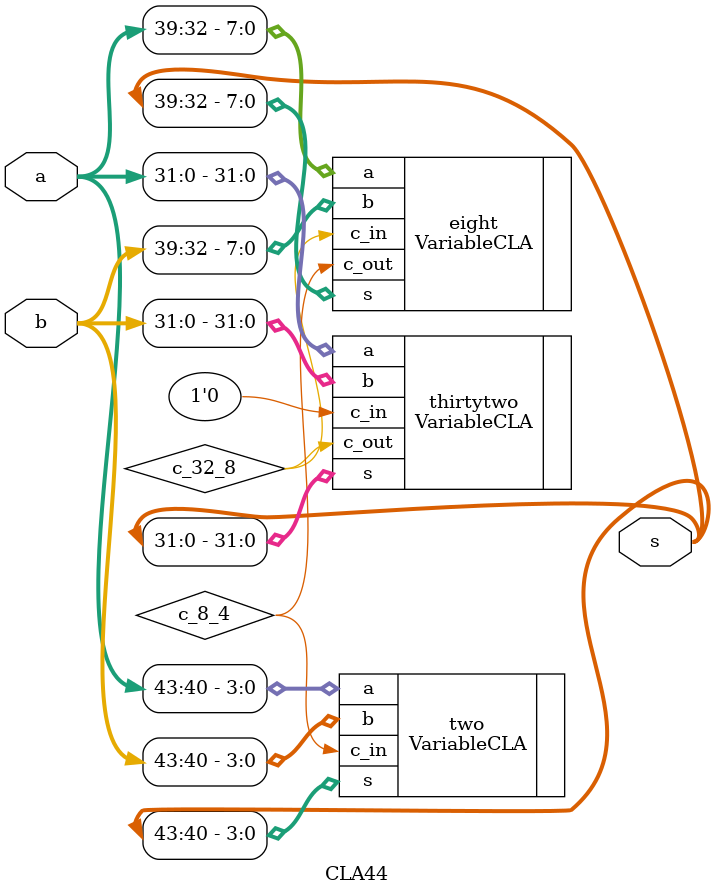
<source format=v>
`timescale 1ns / 1ps

module CLA44(
    input [43:0] a,
    input [43:0] b,
    output [43:0] s
    );
    
    wire c_32_8, c_8_4;
    
    VariableCLA #(.SIZE(5)) thirtytwo(.a(a[31:0]), .b(b[31:0]), .c_in(1'b0), .s(s[31:0]), .c_out(c_32_8));
    
    VariableCLA #(.SIZE(3)) eight(.a(a[32 +: 8]), .b(b[32 +: 8]), .c_in(c_32_8), .s(s[32 +: 8]), .c_out(c_8_4));
    
    VariableCLA #(.SIZE(2)) two(.a(a[43:40]), .b(b[43:40]), .c_in(c_8_4), .s(s[43:40]));
    
endmodule

</source>
